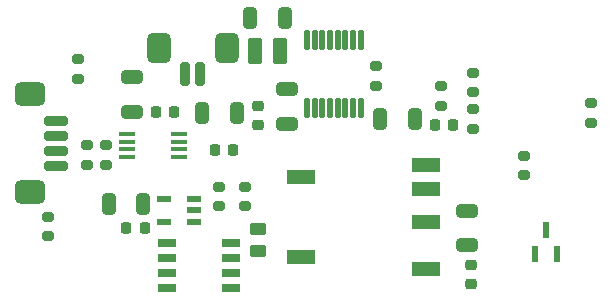
<source format=gbr>
%TF.GenerationSoftware,KiCad,Pcbnew,7.0.9*%
%TF.CreationDate,2024-04-30T03:57:03-04:00*%
%TF.ProjectId,5.2_5V,352e325f-3556-42e6-9b69-6361645f7063,rev?*%
%TF.SameCoordinates,Original*%
%TF.FileFunction,Paste,Top*%
%TF.FilePolarity,Positive*%
%FSLAX46Y46*%
G04 Gerber Fmt 4.6, Leading zero omitted, Abs format (unit mm)*
G04 Created by KiCad (PCBNEW 7.0.9) date 2024-04-30 03:57:03*
%MOMM*%
%LPD*%
G01*
G04 APERTURE LIST*
G04 Aperture macros list*
%AMRoundRect*
0 Rectangle with rounded corners*
0 $1 Rounding radius*
0 $2 $3 $4 $5 $6 $7 $8 $9 X,Y pos of 4 corners*
0 Add a 4 corners polygon primitive as box body*
4,1,4,$2,$3,$4,$5,$6,$7,$8,$9,$2,$3,0*
0 Add four circle primitives for the rounded corners*
1,1,$1+$1,$2,$3*
1,1,$1+$1,$4,$5*
1,1,$1+$1,$6,$7*
1,1,$1+$1,$8,$9*
0 Add four rect primitives between the rounded corners*
20,1,$1+$1,$2,$3,$4,$5,0*
20,1,$1+$1,$4,$5,$6,$7,0*
20,1,$1+$1,$6,$7,$8,$9,0*
20,1,$1+$1,$8,$9,$2,$3,0*%
G04 Aperture macros list end*
%ADD10RoundRect,0.500000X-0.500000X-0.800000X0.500000X-0.800000X0.500000X0.800000X-0.500000X0.800000X0*%
%ADD11RoundRect,0.200000X-0.200000X-0.800000X0.200000X-0.800000X0.200000X0.800000X-0.200000X0.800000X0*%
%ADD12RoundRect,0.500000X0.800000X-0.500000X0.800000X0.500000X-0.800000X0.500000X-0.800000X-0.500000X0*%
%ADD13RoundRect,0.200000X0.800000X-0.200000X0.800000X0.200000X-0.800000X0.200000X-0.800000X-0.200000X0*%
%ADD14RoundRect,0.205000X0.795000X-0.205000X0.795000X0.205000X-0.795000X0.205000X-0.795000X-0.205000X0*%
%ADD15RoundRect,0.200000X-0.275000X0.200000X-0.275000X-0.200000X0.275000X-0.200000X0.275000X0.200000X0*%
%ADD16R,1.400000X0.450000*%
%ADD17RoundRect,0.225000X-0.225000X-0.250000X0.225000X-0.250000X0.225000X0.250000X-0.225000X0.250000X0*%
%ADD18R,2.440000X1.200000*%
%ADD19RoundRect,0.200000X0.275000X-0.200000X0.275000X0.200000X-0.275000X0.200000X-0.275000X-0.200000X0*%
%ADD20RoundRect,0.250000X-0.325000X-0.650000X0.325000X-0.650000X0.325000X0.650000X-0.325000X0.650000X0*%
%ADD21RoundRect,0.225000X-0.250000X0.225000X-0.250000X-0.225000X0.250000X-0.225000X0.250000X0.225000X0*%
%ADD22RoundRect,0.250000X0.650000X-0.325000X0.650000X0.325000X-0.650000X0.325000X-0.650000X-0.325000X0*%
%ADD23RoundRect,0.225000X0.225000X0.250000X-0.225000X0.250000X-0.225000X-0.250000X0.225000X-0.250000X0*%
%ADD24R,0.558800X1.320800*%
%ADD25RoundRect,0.250000X0.450000X-0.262500X0.450000X0.262500X-0.450000X0.262500X-0.450000X-0.262500X0*%
%ADD26RoundRect,0.250000X-0.375000X-0.850000X0.375000X-0.850000X0.375000X0.850000X-0.375000X0.850000X0*%
%ADD27RoundRect,0.250000X-0.650000X0.325000X-0.650000X-0.325000X0.650000X-0.325000X0.650000X0.325000X0*%
%ADD28R,1.526000X0.650000*%
%ADD29RoundRect,0.250000X0.325000X0.650000X-0.325000X0.650000X-0.325000X-0.650000X0.325000X-0.650000X0*%
%ADD30R,1.200000X0.600000*%
%ADD31RoundRect,0.020500X-0.184500X0.764500X-0.184500X-0.764500X0.184500X-0.764500X0.184500X0.764500X0*%
G04 APERTURE END LIST*
D10*
%TO.C,J1*%
X139275500Y-35530500D03*
X145025500Y-35530500D03*
D11*
X142775500Y-37780500D03*
X141525500Y-37780500D03*
%TD*%
D12*
%TO.C,J2*%
X128367500Y-47775500D03*
X128367500Y-39425500D03*
D13*
X130617500Y-41775500D03*
X130617500Y-43025500D03*
D14*
X130617500Y-44275500D03*
D13*
X130617500Y-45525500D03*
%TD*%
D15*
%TO.C,R11*%
X132461000Y-36513000D03*
X132461000Y-38163000D03*
%TD*%
D16*
%TO.C,IC1*%
X136611000Y-42840000D03*
X136611000Y-43490000D03*
X136611000Y-44140000D03*
X136611000Y-44790000D03*
X141011000Y-44790000D03*
X141011000Y-44140000D03*
X141011000Y-43490000D03*
X141011000Y-42840000D03*
%TD*%
D17*
%TO.C,C3*%
X144005000Y-44196000D03*
X145555000Y-44196000D03*
%TD*%
D18*
%TO.C,PS2*%
X161925000Y-45466000D03*
X161925000Y-47466000D03*
X161925000Y-50266000D03*
X161925000Y-54266000D03*
X151285000Y-46466000D03*
X151285000Y-53266000D03*
%TD*%
D15*
%TO.C,R2*%
X170240000Y-44675000D03*
X170240000Y-46325000D03*
%TD*%
D19*
%TO.C,R5*%
X175850000Y-41875000D03*
X175850000Y-40225000D03*
%TD*%
D20*
%TO.C,C7*%
X135035000Y-48740000D03*
X137985000Y-48740000D03*
%TD*%
D21*
%TO.C,C4*%
X165735000Y-53950000D03*
X165735000Y-55500000D03*
%TD*%
D22*
%TO.C,C15*%
X150114000Y-41988000D03*
X150114000Y-39038000D03*
%TD*%
D15*
%TO.C,R1*%
X157675000Y-37100000D03*
X157675000Y-38750000D03*
%TD*%
D21*
%TO.C,C14*%
X147701000Y-40500000D03*
X147701000Y-42050000D03*
%TD*%
D15*
%TO.C,R10*%
X129921000Y-49848000D03*
X129921000Y-51498000D03*
%TD*%
%TO.C,R6*%
X163195000Y-38799000D03*
X163195000Y-40449000D03*
%TD*%
D23*
%TO.C,C6*%
X138085000Y-50780000D03*
X136535000Y-50780000D03*
%TD*%
D15*
%TO.C,RG1*%
X134775000Y-43775000D03*
X134775000Y-45425000D03*
%TD*%
D24*
%TO.C,D1*%
X171122500Y-52966000D03*
X173027500Y-52966000D03*
X172075000Y-50934000D03*
%TD*%
D19*
%TO.C,R8*%
X146558000Y-48958000D03*
X146558000Y-47308000D03*
%TD*%
D20*
%TO.C,C11*%
X142924000Y-41021000D03*
X145874000Y-41021000D03*
%TD*%
D25*
%TO.C,R7*%
X147701000Y-52705000D03*
X147701000Y-50880000D03*
%TD*%
D26*
%TO.C,L1*%
X147388000Y-35814000D03*
X149538000Y-35814000D03*
%TD*%
D15*
%TO.C,R4*%
X165862000Y-40750000D03*
X165862000Y-42400000D03*
%TD*%
D27*
%TO.C,C12*%
X137025000Y-38000000D03*
X137025000Y-40950000D03*
%TD*%
D15*
%TO.C,RG2*%
X133223000Y-43789600D03*
X133223000Y-45439600D03*
%TD*%
D17*
%TO.C,C1*%
X162674000Y-42037000D03*
X164224000Y-42037000D03*
%TD*%
D28*
%TO.C,IC2*%
X139963000Y-52070000D03*
X139963000Y-53340000D03*
X139963000Y-54610000D03*
X139963000Y-55880000D03*
X145387000Y-55880000D03*
X145387000Y-54610000D03*
X145387000Y-53340000D03*
X145387000Y-52070000D03*
%TD*%
D29*
%TO.C,C13*%
X149987000Y-33020000D03*
X147037000Y-33020000D03*
%TD*%
D27*
%TO.C,C5*%
X165354000Y-49325000D03*
X165354000Y-52275000D03*
%TD*%
D17*
%TO.C,C10*%
X139025000Y-40950000D03*
X140575000Y-40950000D03*
%TD*%
D20*
%TO.C,C2*%
X158037000Y-41529000D03*
X160987000Y-41529000D03*
%TD*%
D19*
%TO.C,R3*%
X165862000Y-39306000D03*
X165862000Y-37656000D03*
%TD*%
D30*
%TO.C,IC4*%
X142250000Y-50250000D03*
X142250000Y-49300000D03*
X142250000Y-48350000D03*
X139750000Y-48350000D03*
X139750000Y-50250000D03*
%TD*%
D19*
%TO.C,R9*%
X144399000Y-48958000D03*
X144399000Y-47308000D03*
%TD*%
D31*
%TO.C,U1*%
X156375000Y-34885000D03*
X155725000Y-34885000D03*
X155075000Y-34885000D03*
X154425000Y-34885000D03*
X153775000Y-34885000D03*
X153125000Y-34885000D03*
X152475000Y-34885000D03*
X151825000Y-34885000D03*
X151825000Y-40625000D03*
X152475000Y-40625000D03*
X153125000Y-40625000D03*
X153775000Y-40625000D03*
X154425000Y-40625000D03*
X155075000Y-40625000D03*
X155725000Y-40625000D03*
X156375000Y-40625000D03*
%TD*%
M02*

</source>
